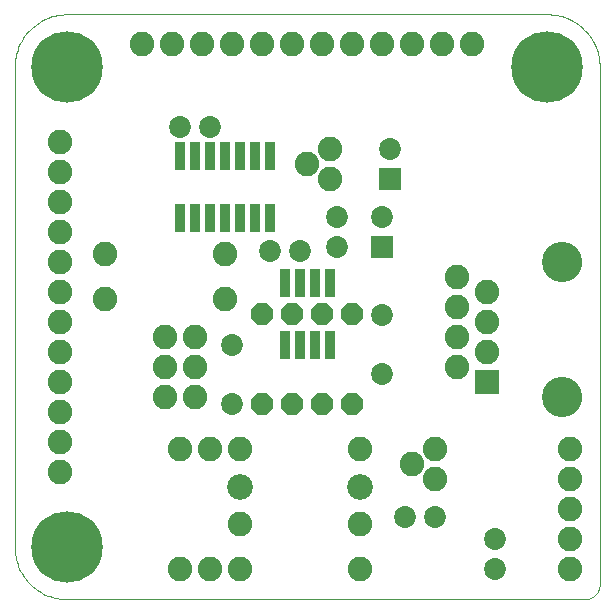
<source format=gts>
G75*
G70*
%OFA0B0*%
%FSLAX24Y24*%
%IPPOS*%
%LPD*%
%AMOC8*
5,1,8,0,0,1.08239X$1,22.5*
%
%ADD10C,0.0000*%
%ADD11C,0.0820*%
%ADD12R,0.0320X0.0950*%
%ADD13R,0.0820X0.0820*%
%ADD14C,0.1340*%
%ADD15C,0.0730*%
%ADD16C,0.2380*%
%ADD17OC8,0.0710*%
%ADD18R,0.0730X0.0730*%
%ADD19C,0.0860*%
D10*
X002925Y001175D02*
X020175Y001175D01*
X020219Y001177D01*
X020262Y001183D01*
X020304Y001192D01*
X020346Y001205D01*
X020386Y001222D01*
X020425Y001242D01*
X020462Y001265D01*
X020496Y001292D01*
X020529Y001321D01*
X020558Y001354D01*
X020585Y001388D01*
X020608Y001425D01*
X020628Y001464D01*
X020645Y001504D01*
X020658Y001546D01*
X020667Y001588D01*
X020673Y001631D01*
X020675Y001675D01*
X020675Y018925D01*
X020673Y019008D01*
X020667Y019091D01*
X020657Y019174D01*
X020643Y019256D01*
X020626Y019338D01*
X020604Y019418D01*
X020579Y019497D01*
X020550Y019575D01*
X020517Y019652D01*
X020480Y019727D01*
X020441Y019800D01*
X020397Y019871D01*
X020351Y019940D01*
X020301Y020007D01*
X020248Y020071D01*
X020192Y020133D01*
X020133Y020192D01*
X020071Y020248D01*
X020007Y020301D01*
X019940Y020351D01*
X019871Y020397D01*
X019800Y020441D01*
X019727Y020480D01*
X019652Y020517D01*
X019575Y020550D01*
X019497Y020579D01*
X019418Y020604D01*
X019338Y020626D01*
X019256Y020643D01*
X019174Y020657D01*
X019091Y020667D01*
X019008Y020673D01*
X018925Y020675D01*
X002925Y020675D01*
X002842Y020673D01*
X002759Y020667D01*
X002676Y020657D01*
X002594Y020643D01*
X002512Y020626D01*
X002432Y020604D01*
X002353Y020579D01*
X002275Y020550D01*
X002198Y020517D01*
X002123Y020480D01*
X002050Y020441D01*
X001979Y020397D01*
X001910Y020351D01*
X001843Y020301D01*
X001779Y020248D01*
X001717Y020192D01*
X001658Y020133D01*
X001602Y020071D01*
X001549Y020007D01*
X001499Y019940D01*
X001453Y019871D01*
X001409Y019800D01*
X001370Y019727D01*
X001333Y019652D01*
X001300Y019575D01*
X001271Y019497D01*
X001246Y019418D01*
X001224Y019338D01*
X001207Y019256D01*
X001193Y019174D01*
X001183Y019091D01*
X001177Y019008D01*
X001175Y018925D01*
X001175Y002925D01*
X001177Y002842D01*
X001183Y002759D01*
X001193Y002676D01*
X001207Y002594D01*
X001224Y002512D01*
X001246Y002432D01*
X001271Y002353D01*
X001300Y002275D01*
X001333Y002198D01*
X001370Y002123D01*
X001409Y002050D01*
X001453Y001979D01*
X001499Y001910D01*
X001549Y001843D01*
X001602Y001779D01*
X001658Y001717D01*
X001717Y001658D01*
X001779Y001602D01*
X001843Y001549D01*
X001910Y001499D01*
X001979Y001453D01*
X002050Y001409D01*
X002123Y001370D01*
X002198Y001333D01*
X002275Y001300D01*
X002353Y001271D01*
X002432Y001246D01*
X002512Y001224D01*
X002594Y001207D01*
X002676Y001193D01*
X002759Y001183D01*
X002842Y001177D01*
X002925Y001175D01*
X018795Y007925D02*
X018797Y007975D01*
X018803Y008025D01*
X018813Y008074D01*
X018827Y008122D01*
X018844Y008169D01*
X018865Y008214D01*
X018890Y008258D01*
X018918Y008299D01*
X018950Y008338D01*
X018984Y008375D01*
X019021Y008409D01*
X019061Y008439D01*
X019103Y008466D01*
X019147Y008490D01*
X019193Y008511D01*
X019240Y008527D01*
X019288Y008540D01*
X019338Y008549D01*
X019387Y008554D01*
X019438Y008555D01*
X019488Y008552D01*
X019537Y008545D01*
X019586Y008534D01*
X019634Y008519D01*
X019680Y008501D01*
X019725Y008479D01*
X019768Y008453D01*
X019809Y008424D01*
X019848Y008392D01*
X019884Y008357D01*
X019916Y008319D01*
X019946Y008279D01*
X019973Y008236D01*
X019996Y008192D01*
X020015Y008146D01*
X020031Y008098D01*
X020043Y008049D01*
X020051Y008000D01*
X020055Y007950D01*
X020055Y007900D01*
X020051Y007850D01*
X020043Y007801D01*
X020031Y007752D01*
X020015Y007704D01*
X019996Y007658D01*
X019973Y007614D01*
X019946Y007571D01*
X019916Y007531D01*
X019884Y007493D01*
X019848Y007458D01*
X019809Y007426D01*
X019768Y007397D01*
X019725Y007371D01*
X019680Y007349D01*
X019634Y007331D01*
X019586Y007316D01*
X019537Y007305D01*
X019488Y007298D01*
X019438Y007295D01*
X019387Y007296D01*
X019338Y007301D01*
X019288Y007310D01*
X019240Y007323D01*
X019193Y007339D01*
X019147Y007360D01*
X019103Y007384D01*
X019061Y007411D01*
X019021Y007441D01*
X018984Y007475D01*
X018950Y007512D01*
X018918Y007551D01*
X018890Y007592D01*
X018865Y007636D01*
X018844Y007681D01*
X018827Y007728D01*
X018813Y007776D01*
X018803Y007825D01*
X018797Y007875D01*
X018795Y007925D01*
X018795Y012425D02*
X018797Y012475D01*
X018803Y012525D01*
X018813Y012574D01*
X018827Y012622D01*
X018844Y012669D01*
X018865Y012714D01*
X018890Y012758D01*
X018918Y012799D01*
X018950Y012838D01*
X018984Y012875D01*
X019021Y012909D01*
X019061Y012939D01*
X019103Y012966D01*
X019147Y012990D01*
X019193Y013011D01*
X019240Y013027D01*
X019288Y013040D01*
X019338Y013049D01*
X019387Y013054D01*
X019438Y013055D01*
X019488Y013052D01*
X019537Y013045D01*
X019586Y013034D01*
X019634Y013019D01*
X019680Y013001D01*
X019725Y012979D01*
X019768Y012953D01*
X019809Y012924D01*
X019848Y012892D01*
X019884Y012857D01*
X019916Y012819D01*
X019946Y012779D01*
X019973Y012736D01*
X019996Y012692D01*
X020015Y012646D01*
X020031Y012598D01*
X020043Y012549D01*
X020051Y012500D01*
X020055Y012450D01*
X020055Y012400D01*
X020051Y012350D01*
X020043Y012301D01*
X020031Y012252D01*
X020015Y012204D01*
X019996Y012158D01*
X019973Y012114D01*
X019946Y012071D01*
X019916Y012031D01*
X019884Y011993D01*
X019848Y011958D01*
X019809Y011926D01*
X019768Y011897D01*
X019725Y011871D01*
X019680Y011849D01*
X019634Y011831D01*
X019586Y011816D01*
X019537Y011805D01*
X019488Y011798D01*
X019438Y011795D01*
X019387Y011796D01*
X019338Y011801D01*
X019288Y011810D01*
X019240Y011823D01*
X019193Y011839D01*
X019147Y011860D01*
X019103Y011884D01*
X019061Y011911D01*
X019021Y011941D01*
X018984Y011975D01*
X018950Y012012D01*
X018918Y012051D01*
X018890Y012092D01*
X018865Y012136D01*
X018844Y012181D01*
X018827Y012228D01*
X018813Y012276D01*
X018803Y012325D01*
X018797Y012375D01*
X018795Y012425D01*
D11*
X016925Y011425D03*
X016925Y010425D03*
X016925Y009425D03*
X015925Y008925D03*
X015925Y009925D03*
X015925Y010925D03*
X015925Y011925D03*
X011675Y015175D03*
X010925Y015675D03*
X011675Y016175D03*
X011425Y019675D03*
X010425Y019675D03*
X009425Y019675D03*
X008425Y019675D03*
X007425Y019675D03*
X006425Y019675D03*
X005425Y019675D03*
X002675Y016425D03*
X002675Y015425D03*
X002675Y014425D03*
X002675Y013425D03*
X002675Y012425D03*
X002675Y011425D03*
X002675Y010425D03*
X002675Y009425D03*
X002675Y008425D03*
X002675Y007425D03*
X002675Y006425D03*
X002675Y005425D03*
X006175Y007925D03*
X006175Y008925D03*
X006175Y009925D03*
X007175Y009925D03*
X007175Y008925D03*
X007175Y007925D03*
X006675Y006175D03*
X007675Y006175D03*
X008675Y006175D03*
X008675Y003675D03*
X008675Y002175D03*
X007675Y002175D03*
X006675Y002175D03*
X012675Y002175D03*
X012675Y003675D03*
X014425Y005675D03*
X015175Y006175D03*
X015175Y005175D03*
X012675Y006175D03*
X008175Y011175D03*
X008175Y012675D03*
X004175Y012675D03*
X004175Y011175D03*
X012425Y019675D03*
X013425Y019675D03*
X014425Y019675D03*
X015425Y019675D03*
X016425Y019675D03*
X019675Y006175D03*
X019675Y005175D03*
X019675Y004175D03*
X019675Y003175D03*
X019675Y002175D03*
D12*
X011675Y009645D03*
X011175Y009645D03*
X010675Y009645D03*
X010175Y009645D03*
X010175Y011705D03*
X010675Y011705D03*
X011175Y011705D03*
X011675Y011705D03*
X009675Y013895D03*
X009175Y013895D03*
X008675Y013895D03*
X008175Y013895D03*
X007675Y013895D03*
X007175Y013895D03*
X006675Y013895D03*
X006675Y015955D03*
X007175Y015955D03*
X007675Y015955D03*
X008175Y015955D03*
X008675Y015955D03*
X009175Y015955D03*
X009675Y015955D03*
D13*
X016925Y008425D03*
D14*
X019425Y007925D03*
X019425Y012425D03*
D15*
X013675Y016175D03*
X013425Y013925D03*
X011925Y013925D03*
X011925Y012925D03*
X010675Y012775D03*
X009675Y012775D03*
X008425Y009659D03*
X008425Y007691D03*
X013425Y008691D03*
X013425Y010659D03*
X007675Y016925D03*
X006675Y016925D03*
X014175Y003925D03*
X015175Y003925D03*
X017175Y003175D03*
X017175Y002175D03*
D16*
X002925Y002925D03*
X002925Y018925D03*
X018925Y018925D03*
D17*
X012425Y010675D03*
X011425Y010675D03*
X010425Y010675D03*
X009425Y010675D03*
X009425Y007675D03*
X010425Y007675D03*
X011425Y007675D03*
X012425Y007675D03*
D18*
X013425Y012925D03*
X013675Y015175D03*
D19*
X012675Y004925D03*
X008675Y004925D03*
M02*

</source>
